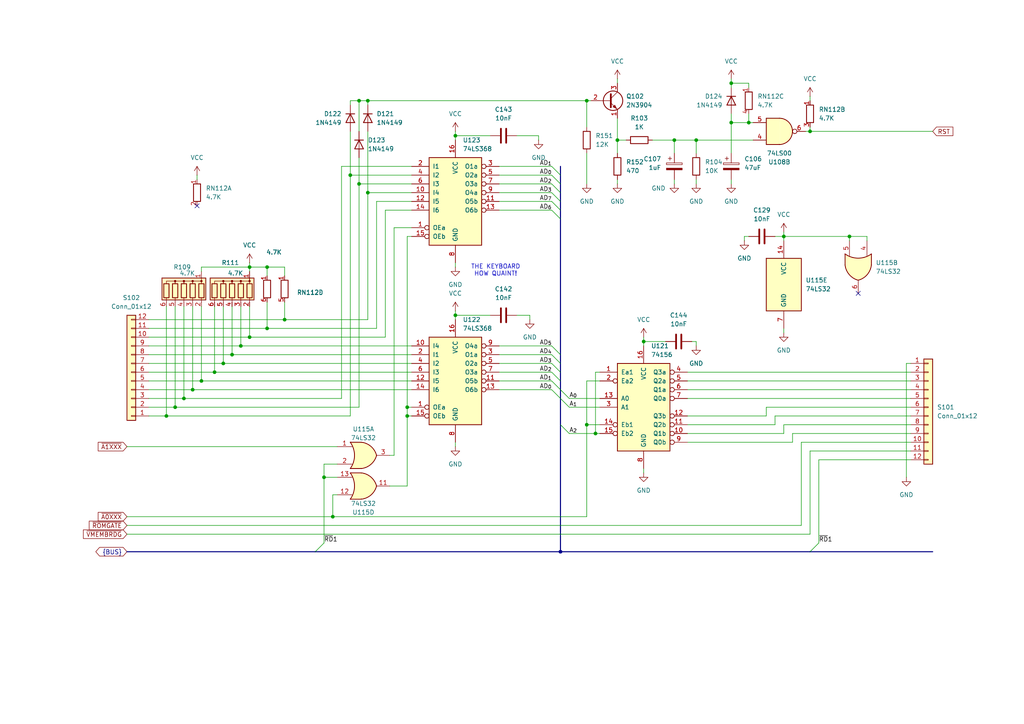
<source format=kicad_sch>
(kicad_sch (version 20250114) (generator "eeschema") (generator_version "9.0")
  (paper "A4")
  (lib_symbols
    (symbol "74LS368_1" (pin_names (offset 1.016))
      (property "Reference" "U122" (at 2.1433 17.78 0))
      (property "Value" "74LS368" (at 2.1433 15.24 0))
      (symbol "74LS368_1_1_0"
        (pin input line (at -12.7 10.16 0) (length 5.08) (name "I4") (number "10"))
        (pin input line (at -12.7 7.62 0) (length 5.08) (name "I1") (number "2"))
        (pin input line (at -12.7 5.08 0) (length 5.08) (name "I2") (number "4"))
        (pin input line (at -12.7 2.54 0) (length 5.08) (name "I3") (number "6"))
        (pin input line (at -12.7 0 0) (length 5.08) (name "I5") (number "12"))
        (pin input line (at -12.7 -2.54 0) (length 5.08) (name "I6") (number "14"))
        (pin input inverted (at -12.7 -7.62 0) (length 5.08) (name "OEa") (number "1"))
        (pin input inverted (at -12.7 -10.16 0) (length 5.08) (name "OEb") (number "15"))
        (pin power_in line (at 0 17.78 270) (length 5.08) (name "VCC") (number "16"))
        (pin power_in line (at 0 -17.78 90) (length 5.08) (name "GND") (number "8"))
        (pin tri_state inverted (at 12.7 10.16 180) (length 5.08) (name "O4a") (number "9"))
        (pin tri_state inverted (at 12.7 7.62 180) (length 5.08) (name "O1a") (number "3"))
        (pin tri_state inverted (at 12.7 5.08 180) (length 5.08) (name "O2a") (number "5"))
        (pin tri_state inverted (at 12.7 2.54 180) (length 5.08) (name "O3a") (number "7"))
        (pin tri_state inverted (at 12.7 0 180) (length 5.08) (name "O5b") (number "11"))
        (pin tri_state inverted (at 12.7 -2.54 180) (length 5.08) (name "O6b") (number "13"))
      )
    )
    (symbol "74xx:74LS00" (pin_names (offset 1.016))
      (property "Reference" "U" (at 0 1.27 0))
      (property "Value" "74LS00" (at 0 -1.27 0))
      (symbol "74LS00_1_1"
        (pin input line (at -7.62 2.54 0) (length 3.81) (name "~") (number "1"))
        (pin input line (at -7.62 -2.54 0) (length 3.81) (name "~") (number "2"))
        (pin output inverted (at 7.62 0 180) (length 3.81) (name "~") (number "3"))
      )
      (symbol "74LS00_1_2"
        (pin input inverted (at -7.62 2.54 0) (length 4.318) (name "~") (number "1"))
        (pin input inverted (at -7.62 -2.54 0) (length 4.318) (name "~") (number "2"))
        (pin output line (at 7.62 0 180) (length 3.81) (name "~") (number "3"))
      )
      (symbol "74LS00_2_1"
        (pin input line (at -7.62 2.54 0) (length 3.81) (name "~") (number "4"))
        (pin input line (at -7.62 -2.54 0) (length 3.81) (name "~") (number "5"))
        (pin output inverted (at 7.62 0 180) (length 3.81) (name "~") (number "6"))
      )
      (symbol "74LS00_2_2"
        (pin input inverted (at -7.62 2.54 0) (length 4.318) (name "~") (number "4"))
        (pin input inverted (at -7.62 -2.54 0) (length 4.318) (name "~") (number "5"))
        (pin output line (at 7.62 0 180) (length 3.81) (name "~") (number "6"))
      )
      (symbol "74LS00_3_1"
        (pin input line (at -7.62 2.54 0) (length 3.81) (name "~") (number "9"))
        (pin input line (at -7.62 -2.54 0) (length 3.81) (name "~") (number "10"))
        (pin output inverted (at 7.62 0 180) (length 3.81) (name "~") (number "8"))
      )
      (symbol "74LS00_3_2"
        (pin input inverted (at -7.62 2.54 0) (length 4.318) (name "~") (number "9"))
        (pin input inverted (at -7.62 -2.54 0) (length 4.318) (name "~") (number "10"))
        (pin output line (at 7.62 0 180) (length 3.81) (name "~") (number "8"))
      )
      (symbol "74LS00_4_1"
        (pin input line (at -7.62 2.54 0) (length 3.81) (name "~") (number "12"))
        (pin input line (at -7.62 -2.54 0) (length 3.81) (name "~") (number "13"))
        (pin output inverted (at 7.62 0 180) (length 3.81) (name "~") (number "11"))
      )
      (symbol "74LS00_4_2"
        (pin input inverted (at -7.62 2.54 0) (length 4.318) (name "~") (number "12"))
        (pin input inverted (at -7.62 -2.54 0) (length 4.318) (name "~") (number "13"))
        (pin output line (at 7.62 0 180) (length 3.81) (name "~") (number "11"))
      )
      (symbol "74LS00_5_0"
        (pin power_in line (at 0 12.7 270) (length 5.08) (name "VCC") (number "14"))
        (pin power_in line (at 0 -12.7 90) (length 5.08) (name "GND") (number "7"))
      )
    )
    (symbol "74xx:74LS156" (pin_names (offset 1.016))
      (property "Reference" "U121" (at 2.1433 17.78 0))
      (property "Value" "74LS156" (at 2.1433 15.24 0))
      (symbol "74LS156_1_0"
        (pin input line (at -12.7 10.16 0) (length 5.08) (name "Ea1") (number "1"))
        (pin input inverted (at -12.7 7.62 0) (length 5.08) (name "Ea2") (number "2"))
        (pin input line (at -12.7 2.54 0) (length 5.08) (name "A0") (number "13"))
        (pin input line (at -12.7 0 0) (length 5.08) (name "A1") (number "3"))
        (pin input inverted (at -12.7 -5.08 0) (length 5.08) (name "Eb1") (number "14"))
        (pin input inverted (at -12.7 -7.62 0) (length 5.08) (name "Eb2") (number "15"))
        (pin power_in line (at 0 17.78 270) (length 5.08) (name "VCC") (number "16"))
        (pin power_in line (at 0 -17.78 90) (length 5.08) (name "GND") (number "8"))
        (pin output inverted (at 12.7 10.16 180) (length 5.08) (name "Q3a") (number "4"))
        (pin output inverted (at 12.7 7.62 180) (length 5.08) (name "Q2a") (number "5"))
        (pin output inverted (at 12.7 5.08 180) (length 5.08) (name "Q1a") (number "6"))
        (pin output inverted (at 12.7 2.54 180) (length 5.08) (name "Q0a") (number "7"))
        (pin output inverted (at 12.7 -2.54 180) (length 5.08) (name "Q3b") (number "12"))
        (pin output inverted (at 12.7 -5.08 180) (length 5.08) (name "Q2b") (number "11"))
        (pin output inverted (at 12.7 -7.62 180) (length 5.08) (name "Q1b") (number "10"))
        (pin output inverted (at 12.7 -10.16 180) (length 5.08) (name "Q0b") (number "9"))
      )
    )
    (symbol "74xx:74LS32" (pin_names (offset 1.016))
      (property "Reference" "U" (at 0 1.27 0))
      (property "Value" "74LS32" (at 0 -1.27 0))
      (symbol "74LS32_1_1"
        (pin input line (at -7.62 2.54 0) (length 4.318) (name "~") (number "1"))
        (pin input line (at -7.62 -2.54 0) (length 4.318) (name "~") (number "2"))
        (pin output line (at 7.62 0 180) (length 3.81) (name "~") (number "3"))
      )
      (symbol "74LS32_1_2"
        (pin input inverted (at -7.62 2.54 0) (length 3.81) (name "~") (number "1"))
        (pin input inverted (at -7.62 -2.54 0) (length 3.81) (name "~") (number "2"))
        (pin output inverted (at 7.62 0 180) (length 3.81) (name "~") (number "3"))
      )
      (symbol "74LS32_2_1"
        (pin input line (at -7.62 2.54 0) (length 4.318) (name "~") (number "4"))
        (pin input line (at -7.62 -2.54 0) (length 4.318) (name "~") (number "5"))
        (pin output line (at 7.62 0 180) (length 3.81) (name "~") (number "6"))
      )
      (symbol "74LS32_2_2"
        (pin input inverted (at -7.62 2.54 0) (length 3.81) (name "~") (number "4"))
        (pin input inverted (at -7.62 -2.54 0) (length 3.81) (name "~") (number "5"))
        (pin output inverted (at 7.62 0 180) (length 3.81) (name "~") (number "6"))
      )
      (symbol "74LS32_3_1"
        (pin input line (at -7.62 2.54 0) (length 4.318) (name "~") (number "9"))
        (pin input line (at -7.62 -2.54 0) (length 4.318) (name "~") (number "10"))
        (pin output line (at 7.62 0 180) (length 3.81) (name "~") (number "8"))
      )
      (symbol "74LS32_3_2"
        (pin input inverted (at -7.62 2.54 0) (length 3.81) (name "~") (number "9"))
        (pin input inverted (at -7.62 -2.54 0) (length 3.81) (name "~") (number "10"))
        (pin output inverted (at 7.62 0 180) (length 3.81) (name "~") (number "8"))
      )
      (symbol "74LS32_4_1"
        (pin input line (at -7.62 2.54 0) (length 4.318) (name "~") (number "12"))
        (pin input line (at -7.62 -2.54 0) (length 4.318) (name "~") (number "13"))
        (pin output line (at 7.62 0 180) (length 3.81) (name "~") (number "11"))
      )
      (symbol "74LS32_4_2"
        (pin input inverted (at -7.62 2.54 0) (length 3.81) (name "~") (number "12"))
        (pin input inverted (at -7.62 -2.54 0) (length 3.81) (name "~") (number "13"))
        (pin output inverted (at 7.62 0 180) (length 3.81) (name "~") (number "11"))
      )
      (symbol "74LS32_5_0"
        (pin power_in line (at 0 12.7 270) (length 5.08) (name "VCC") (number "14"))
        (pin power_in line (at 0 -12.7 90) (length 5.08) (name "GND") (number "7"))
      )
    )
    (symbol "74xx:74LS368" (pin_names (offset 1.016))
      (property "Reference" "U" (at -7.62 13.97 0))
      (property "Value" "74LS368" (at -7.62 -13.97 0))
      (symbol "74LS368_1_0"
        (pin input line (at -12.7 10.16 0) (length 5.08) (name "I1") (number "2"))
        (pin input line (at -12.7 7.62 0) (length 5.08) (name "I2") (number "4"))
        (pin input line (at -12.7 5.08 0) (length 5.08) (name "I3") (number "6"))
        (pin input line (at -12.7 2.54 0) (length 5.08) (name "I4") (number "10"))
        (pin input line (at -12.7 0 0) (length 5.08) (name "I5") (number "12"))
        (pin input line (at -12.7 -2.54 0) (length 5.08) (name "I6") (number "14"))
        (pin input inverted (at -12.7 -7.62 0) (length 5.08) (name "OEa") (number "1"))
        (pin input inverted (at -12.7 -10.16 0) (length 5.08) (name "OEb") (number "15"))
        (pin power_in line (at 0 17.78 270) (length 5.08) (name "VCC") (number "16"))
        (pin power_in line (at 0 -17.78 90) (length 5.08) (name "GND") (number "8"))
        (pin tri_state inverted (at 12.7 10.16 180) (length 5.08) (name "O1a") (number "3"))
        (pin tri_state inverted (at 12.7 7.62 180) (length 5.08) (name "O2a") (number "5"))
        (pin tri_state inverted (at 12.7 5.08 180) (length 5.08) (name "O3a") (number "7"))
        (pin tri_state inverted (at 12.7 2.54 180) (length 5.08) (name "O4a") (number "9"))
        (pin tri_state inverted (at 12.7 0 180) (length 5.08) (name "O5b") (number "11"))
        (pin tri_state inverted (at 12.7 -2.54 180) (length 5.08) (name "O6b") (number "13"))
      )
    )
    (symbol "Connector_Generic:Conn_01x12" (pin_names (offset 1.016) (hide yes))
      (property "Reference" "J" (at 0 15.24 0))
      (property "Value" "Conn_01x12" (at 0 -17.78 0))
      (symbol "Conn_01x12_1_1"
        (pin passive line (at -5.08 12.7 0) (length 3.81) (name "Pin_1") (number "1"))
        (pin passive line (at -5.08 10.16 0) (length 3.81) (name "Pin_2") (number "2"))
        (pin passive line (at -5.08 7.62 0) (length 3.81) (name "Pin_3") (number "3"))
        (pin passive line (at -5.08 5.08 0) (length 3.81) (name "Pin_4") (number "4"))
        (pin passive line (at -5.08 2.54 0) (length 3.81) (name "Pin_5") (number "5"))
        (pin passive line (at -5.08 0 0) (length 3.81) (name "Pin_6") (number "6"))
        (pin passive line (at -5.08 -2.54 0) (length 3.81) (name "Pin_7") (number "7"))
        (pin passive line (at -5.08 -5.08 0) (length 3.81) (name "Pin_8") (number "8"))
        (pin passive line (at -5.08 -7.62 0) (length 3.81) (name "Pin_9") (number "9"))
        (pin passive line (at -5.08 -10.16 0) (length 3.81) (name "Pin_10") (number "10"))
        (pin passive line (at -5.08 -12.7 0) (length 3.81) (name "Pin_11") (number "11"))
        (pin passive line (at -5.08 -15.24 0) (length 3.81) (name "Pin_12") (number "12"))
      )
    )
    (symbol "Device:C" (pin_numbers (hide yes)) (pin_names (offset 0.254))
      (property "Reference" "C" (at 0.635 2.54 0))
      (property "Value" "C" (at 0.635 -2.54 0))
      (symbol "C_1_1"
        (pin passive line (at 0 3.81 270) (length 2.794) (name "~") (number "1"))
        (pin passive line (at 0 -3.81 90) (length 2.794) (name "~") (number "2"))
      )
    )
    (symbol "Device:C_Polarized" (pin_numbers (hide yes)) (pin_names (offset 0.254))
      (property "Reference" "C" (at 0.635 2.54 0))
      (property "Value" "C_Polarized" (at 0.635 -2.54 0))
      (symbol "C_Polarized_1_1"
        (pin passive line (at 0 3.81 270) (length 2.794) (name "~") (number "1"))
        (pin passive line (at 0 -3.81 90) (length 2.794) (name "~") (number "2"))
      )
    )
    (symbol "Device:D" (pin_numbers (hide yes)) (pin_names (offset 1.016) (hide yes))
      (property "Reference" "D" (at 0 2.54 0))
      (property "Value" "D" (at 0 -2.54 0))
      (symbol "D_1_1"
        (pin passive line (at -3.81 0 0) (length 2.54) (name "K") (number "1"))
        (pin passive line (at 3.81 0 180) (length 2.54) (name "A") (number "2"))
      )
    )
    (symbol "Device:R" (pin_numbers (hide yes)) (pin_names (offset 0))
      (property "Reference" "R" (at 2.032 0 90))
      (property "Value" "R" (at 0 0 90))
      (symbol "R_1_1"
        (pin passive line (at 0 3.81 270) (length 1.27) (name "~") (number "1"))
        (pin passive line (at 0 -3.81 90) (length 1.27) (name "~") (number "2"))
      )
    )
    (symbol "Device:R_Network05" (pin_names (offset 0) (hide yes))
      (property "Reference" "RN" (at -7.62 0 90))
      (property "Value" "R_Network05" (at 7.62 0 90))
      (symbol "R_Network05_1_1"
        (pin passive line (at -5.08 5.08 270) (length 2.54) (name "common") (number "1"))
        (pin passive line (at -5.08 -5.08 90) (length 1.27) (name "R1") (number "2"))
        (pin passive line (at -2.54 -5.08 90) (length 1.27) (name "R2") (number "3"))
        (pin passive line (at 0 -5.08 90) (length 1.27) (name "R3") (number "4"))
        (pin passive line (at 2.54 -5.08 90) (length 1.27) (name "R4") (number "5"))
        (pin passive line (at 5.08 -5.08 90) (length 1.27) (name "R5") (number "6"))
      )
    )
    (symbol "Device:R_Network05_Split" (pin_names (offset 0) (hide yes))
      (property "Reference" "RN" (at 2.032 0 90))
      (property "Value" "R_Network05_Split" (at 0 0 90))
      (symbol "R_Network05_Split_0_1"
        (pin passive line (at 0 3.81 270) (length 1.27) (name "R1") (number "1"))
      )
      (symbol "R_Network05_Split_1_1"
        (pin passive line (at 0 -3.81 90) (length 1.27) (name "R1.2") (number "2"))
      )
      (symbol "R_Network05_Split_2_1"
        (pin passive line (at 0 -3.81 90) (length 1.27) (name "R2.2") (number "3"))
      )
      (symbol "R_Network05_Split_3_1"
        (pin passive line (at 0 -3.81 90) (length 1.27) (name "R3.2") (number "4"))
      )
      (symbol "R_Network05_Split_4_1"
        (pin passive line (at 0 -3.81 90) (length 1.27) (name "R4.2") (number "5"))
      )
      (symbol "R_Network05_Split_5_1"
        (pin passive line (at 0 -3.81 90) (length 1.27) (name "R5.2") (number "6"))
      )
    )
    (symbol "Transistor_BJT:2N3904" (pin_names (offset 0) (hide yes))
      (property "Reference" "Q" (at 5.08 1.905 0))
      (property "Value" "2N3904" (at 5.08 0 0))
      (symbol "2N3904_1_1"
        (pin input line (at -5.08 0 0) (length 2.54) (name "B") (number "2"))
        (pin passive line (at 2.54 5.08 270) (length 2.54) (name "C") (number "3"))
        (pin passive line (at 2.54 -5.08 90) (length 2.54) (name "E") (number "1"))
      )
    )
    (symbol "power:GND" (power) (pin_numbers (hide yes)) (pin_names (offset 0) (hide yes))
      (property "Value" "GND" (at 0 -3.81 0))
      (symbol "GND_1_1"
        (pin power_in line (at 0 0 270) (length 0) (name "~") (number "1"))
      )
    )
    (symbol "power:VCC" (power) (pin_numbers (hide yes)) (pin_names (offset 0) (hide yes))
      (property "Value" "VCC" (at 0 3.556 0))
      (symbol "VCC_1_1"
        (pin power_in line (at 0 0 90) (length 0) (name "~") (number "1"))
      )
    )
  )
  (text "THE KEYBOARD\nHOW QUAINT!" (at 143.764 78.486 0) (effects (font (size 1.27 1.27))))
  (junction (at 186.69 99.06))
  (junction (at 69.85 100.33))
  (junction (at 82.55 92.71))
  (junction (at 162.56 160.02))
  (junction (at 53.34 115.57))
  (junction (at 179.07 40.64))
  (junction (at 106.68 29.21))
  (junction (at 106.68 55.88))
  (junction (at 212.09 35.56))
  (junction (at 67.31 102.87))
  (junction (at 72.39 77.47))
  (junction (at 58.42 110.49))
  (junction (at 132.08 91.44))
  (junction (at 246.38 68.58))
  (junction (at 212.09 24.13))
  (junction (at 170.18 123.19))
  (junction (at 170.18 29.21))
  (junction (at 77.47 77.47))
  (junction (at 96.52 149.86))
  (junction (at 217.17 35.56))
  (junction (at 118.11 120.65))
  (junction (at 50.8 118.11))
  (junction (at 118.11 118.11))
  (junction (at 104.14 29.21))
  (junction (at 101.6 50.8))
  (junction (at 201.93 40.64))
  (junction (at 64.77 105.41))
  (junction (at 55.88 113.03))
  (junction (at 172.72 125.73))
  (junction (at 77.47 95.25))
  (junction (at 93.98 138.43))
  (junction (at 62.23 107.95))
  (junction (at 234.95 38.1))
  (junction (at 132.08 39.37))
  (junction (at 104.14 53.34))
  (junction (at 227.33 68.58))
  (junction (at 48.26 120.65))
  (junction (at 195.58 40.64))
  (junction (at 72.39 97.79))
  (no_connect (at 57.15 59.69))
  (no_connect (at 248.92 85.09))
  (bus_entry (at 160.02 110.49) (size 2.54 2.54))
  (bus_entry (at 160.02 113.03) (size 2.54 2.54))
  (bus_entry (at 234.95 160.02) (size 2.54 -2.54))
  (bus_entry (at 160.02 53.34) (size 2.54 2.54))
  (bus_entry (at 160.02 105.41) (size 2.54 2.54))
  (bus_entry (at 160.02 100.33) (size 2.54 2.54))
  (bus_entry (at 160.02 48.26) (size 2.54 2.54))
  (bus_entry (at 91.44 160.02) (size 2.54 -2.54))
  (bus_entry (at 160.02 55.88) (size 2.54 2.54))
  (bus_entry (at 160.02 50.8) (size 2.54 2.54))
  (bus_entry (at 160.02 102.87) (size 2.54 2.54))
  (bus_entry (at 160.02 60.96) (size 2.54 2.54))
  (bus_entry (at 160.02 107.95) (size 2.54 2.54))
  (bus_entry (at 160.02 58.42) (size 2.54 2.54))
  (bus_entry (at 165.1 118.11) (size -2.54 -2.54))
  (bus_entry (at 165.1 115.57) (size -2.54 -2.54))
  (bus_entry (at 162.56 123.19) (size 2.54 2.54))
  (wire (pts (xy 201.93 40.64) (xy 218.44 40.64)))
  (wire (pts (xy 199.39 128.27) (xy 229.87 128.27)))
  (wire (pts (xy 62.23 107.95) (xy 119.38 107.95)))
  (wire (pts (xy 234.95 36.83) (xy 234.95 38.1)))
  (bus (pts (xy 162.56 63.5) (xy 162.56 102.87)))
  (wire (pts (xy 53.34 88.9) (xy 53.34 115.57)))
  (wire (pts (xy 186.69 135.89) (xy 186.69 137.16)))
  (wire (pts (xy 251.46 68.58) (xy 251.46 69.85)))
  (wire (pts (xy 67.31 88.9) (xy 67.31 102.87)))
  (wire (pts (xy 99.06 48.26) (xy 119.38 48.26)))
  (wire (pts (xy 227.33 125.73) (xy 227.33 123.19)))
  (wire (pts (xy 43.18 100.33) (xy 69.85 100.33)))
  (wire (pts (xy 217.17 68.58) (xy 215.9 68.58)))
  (wire (pts (xy 101.6 50.8) (xy 119.38 50.8)))
  (wire (pts (xy 172.72 107.95) (xy 172.72 125.73)))
  (wire (pts (xy 114.3 132.08) (xy 114.3 66.04)))
  (wire (pts (xy 132.08 128.27) (xy 132.08 129.54)))
  (bus (pts (xy 36.83 160.02) (xy 91.44 160.02)))
  (wire (pts (xy 199.39 115.57) (xy 264.16 115.57)))
  (wire (pts (xy 55.88 88.9) (xy 55.88 113.03)))
  (wire (pts (xy 179.07 40.64) (xy 179.07 44.45)))
  (wire (pts (xy 201.93 99.06) (xy 201.93 100.33)))
  (wire (pts (xy 111.76 97.79) (xy 72.39 97.79)))
  (wire (pts (xy 118.11 140.97) (xy 118.11 120.65)))
  (wire (pts (xy 189.23 40.64) (xy 195.58 40.64)))
  (wire (pts (xy 234.95 38.1) (xy 270.51 38.1)))
  (wire (pts (xy 99.06 115.57) (xy 99.06 48.26)))
  (wire (pts (xy 237.49 157.48) (xy 237.49 133.35)))
  (bus (pts (xy 162.56 53.34) (xy 162.56 55.88)))
  (wire (pts (xy 144.78 105.41) (xy 160.02 105.41)))
  (bus (pts (xy 162.56 60.96) (xy 162.56 63.5)))
  (wire (pts (xy 142.24 39.37) (xy 132.08 39.37)))
  (wire (pts (xy 199.39 113.03) (xy 264.16 113.03)))
  (wire (pts (xy 77.47 77.47) (xy 72.39 77.47)))
  (wire (pts (xy 93.98 134.62) (xy 97.79 134.62)))
  (wire (pts (xy 119.38 68.58) (xy 118.11 68.58)))
  (wire (pts (xy 229.87 128.27) (xy 229.87 125.73)))
  (wire (pts (xy 144.78 50.8) (xy 160.02 50.8)))
  (wire (pts (xy 179.07 22.86) (xy 179.07 24.13)))
  (wire (pts (xy 144.78 53.34) (xy 160.02 53.34)))
  (wire (pts (xy 222.25 118.11) (xy 264.16 118.11)))
  (bus (pts (xy 162.56 48.26) (xy 162.56 50.8)))
  (wire (pts (xy 215.9 68.58) (xy 215.9 69.85)))
  (wire (pts (xy 93.98 138.43) (xy 97.79 138.43)))
  (wire (pts (xy 199.39 120.65) (xy 222.25 120.65)))
  (wire (pts (xy 58.42 88.9) (xy 58.42 110.49)))
  (wire (pts (xy 227.33 68.58) (xy 246.38 68.58)))
  (wire (pts (xy 186.69 97.79) (xy 186.69 99.06)))
  (wire (pts (xy 237.49 133.35) (xy 264.16 133.35)))
  (wire (pts (xy 101.6 29.21) (xy 101.6 30.48)))
  (wire (pts (xy 224.79 68.58) (xy 227.33 68.58)))
  (wire (pts (xy 109.22 95.25) (xy 109.22 58.42)))
  (wire (pts (xy 43.18 110.49) (xy 58.42 110.49)))
  (wire (pts (xy 106.68 55.88) (xy 106.68 92.71)))
  (wire (pts (xy 170.18 110.49) (xy 173.99 110.49)))
  (wire (pts (xy 195.58 40.64) (xy 201.93 40.64)))
  (wire (pts (xy 224.79 123.19) (xy 224.79 120.65)))
  (wire (pts (xy 104.14 29.21) (xy 106.68 29.21)))
  (wire (pts (xy 69.85 88.9) (xy 69.85 100.33)))
  (wire (pts (xy 201.93 44.45) (xy 201.93 40.64)))
  (wire (pts (xy 101.6 29.21) (xy 104.14 29.21)))
  (wire (pts (xy 246.38 68.58) (xy 246.38 69.85)))
  (wire (pts (xy 234.95 154.94) (xy 36.83 154.94)))
  (wire (pts (xy 144.78 55.88) (xy 160.02 55.88)))
  (wire (pts (xy 58.42 110.49) (xy 119.38 110.49)))
  (wire (pts (xy 118.11 68.58) (xy 118.11 118.11)))
  (bus (pts (xy 162.56 123.19) (xy 162.56 160.02)))
  (wire (pts (xy 132.08 38.1) (xy 132.08 39.37)))
  (wire (pts (xy 104.14 29.21) (xy 104.14 38.1)))
  (wire (pts (xy 96.52 143.51) (xy 97.79 143.51)))
  (wire (pts (xy 113.03 132.08) (xy 114.3 132.08)))
  (wire (pts (xy 72.39 77.47) (xy 72.39 78.74)))
  (wire (pts (xy 144.78 110.49) (xy 160.02 110.49)))
  (wire (pts (xy 144.78 102.87) (xy 160.02 102.87)))
  (bus (pts (xy 162.56 115.57) (xy 162.56 123.19)))
  (wire (pts (xy 201.93 52.07) (xy 201.93 53.34)))
  (wire (pts (xy 82.55 92.71) (xy 43.18 92.71)))
  (wire (pts (xy 72.39 88.9) (xy 72.39 97.79)))
  (wire (pts (xy 172.72 125.73) (xy 173.99 125.73)))
  (wire (pts (xy 246.38 68.58) (xy 251.46 68.58)))
  (wire (pts (xy 144.78 48.26) (xy 160.02 48.26)))
  (wire (pts (xy 227.33 67.31) (xy 227.33 68.58)))
  (wire (pts (xy 212.09 24.13) (xy 212.09 25.4)))
  (wire (pts (xy 179.07 40.64) (xy 181.61 40.64)))
  (wire (pts (xy 104.14 45.72) (xy 104.14 53.34)))
  (wire (pts (xy 50.8 88.9) (xy 50.8 118.11)))
  (bus (pts (xy 91.44 160.02) (xy 162.56 160.02)))
  (wire (pts (xy 55.88 113.03) (xy 119.38 113.03)))
  (wire (pts (xy 58.42 77.47) (xy 58.42 78.74)))
  (wire (pts (xy 227.33 68.58) (xy 227.33 69.85)))
  (wire (pts (xy 144.78 107.95) (xy 160.02 107.95)))
  (wire (pts (xy 104.14 53.34) (xy 119.38 53.34)))
  (wire (pts (xy 234.95 130.81) (xy 234.95 154.94)))
  (wire (pts (xy 113.03 140.97) (xy 118.11 140.97)))
  (wire (pts (xy 234.95 27.94) (xy 234.95 29.21)))
  (wire (pts (xy 170.18 44.45) (xy 170.18 53.34)))
  (wire (pts (xy 149.86 39.37) (xy 156.21 39.37)))
  (wire (pts (xy 48.26 120.65) (xy 101.6 120.65)))
  (bus (pts (xy 162.56 55.88) (xy 162.56 58.42)))
  (wire (pts (xy 43.18 107.95) (xy 62.23 107.95)))
  (wire (pts (xy 104.14 53.34) (xy 104.14 118.11)))
  (wire (pts (xy 142.24 91.44) (xy 132.08 91.44)))
  (wire (pts (xy 264.16 130.81) (xy 234.95 130.81)))
  (wire (pts (xy 67.31 102.87) (xy 119.38 102.87)))
  (wire (pts (xy 43.18 120.65) (xy 48.26 120.65)))
  (wire (pts (xy 82.55 80.01) (xy 82.55 77.47)))
  (wire (pts (xy 43.18 105.41) (xy 64.77 105.41)))
  (wire (pts (xy 217.17 24.13) (xy 217.17 25.4)))
  (wire (pts (xy 217.17 24.13) (xy 212.09 24.13)))
  (wire (pts (xy 36.83 129.54) (xy 97.79 129.54)))
  (bus (pts (xy 234.95 160.02) (xy 270.51 160.02)))
  (bus (pts (xy 162.56 50.8) (xy 162.56 53.34)))
  (wire (pts (xy 170.18 29.21) (xy 171.45 29.21)))
  (wire (pts (xy 69.85 100.33) (xy 119.38 100.33)))
  (wire (pts (xy 165.1 125.73) (xy 172.72 125.73)))
  (wire (pts (xy 144.78 113.03) (xy 160.02 113.03)))
  (wire (pts (xy 217.17 33.02) (xy 217.17 35.56)))
  (wire (pts (xy 93.98 157.48) (xy 93.98 138.43)))
  (wire (pts (xy 217.17 35.56) (xy 212.09 35.56)))
  (wire (pts (xy 64.77 88.9) (xy 64.77 105.41)))
  (bus (pts (xy 162.56 105.41) (xy 162.56 107.95)))
  (wire (pts (xy 104.14 118.11) (xy 50.8 118.11)))
  (wire (pts (xy 106.68 29.21) (xy 106.68 30.48)))
  (wire (pts (xy 43.18 115.57) (xy 53.34 115.57)))
  (wire (pts (xy 179.07 52.07) (xy 179.07 53.34)))
  (wire (pts (xy 212.09 52.07) (xy 212.09 53.34)))
  (wire (pts (xy 77.47 95.25) (xy 109.22 95.25)))
  (wire (pts (xy 156.21 39.37) (xy 156.21 40.64)))
  (wire (pts (xy 62.23 88.9) (xy 62.23 107.95)))
  (wire (pts (xy 72.39 97.79) (xy 43.18 97.79)))
  (wire (pts (xy 179.07 34.29) (xy 179.07 40.64)))
  (wire (pts (xy 199.39 123.19) (xy 224.79 123.19)))
  (bus (pts (xy 162.56 107.95) (xy 162.56 110.49)))
  (wire (pts (xy 106.68 55.88) (xy 119.38 55.88)))
  (wire (pts (xy 109.22 58.42) (xy 119.38 58.42)))
  (wire (pts (xy 53.34 115.57) (xy 99.06 115.57)))
  (wire (pts (xy 264.16 128.27) (xy 232.41 128.27)))
  (wire (pts (xy 48.26 88.9) (xy 48.26 120.65)))
  (wire (pts (xy 144.78 60.96) (xy 160.02 60.96)))
  (wire (pts (xy 77.47 77.47) (xy 77.47 80.01)))
  (wire (pts (xy 106.68 38.1) (xy 106.68 55.88)))
  (wire (pts (xy 36.83 149.86) (xy 96.52 149.86)))
  (wire (pts (xy 264.16 105.41) (xy 262.89 105.41)))
  (wire (pts (xy 43.18 95.25) (xy 77.47 95.25)))
  (wire (pts (xy 82.55 77.47) (xy 77.47 77.47)))
  (wire (pts (xy 170.18 149.86) (xy 96.52 149.86)))
  (wire (pts (xy 114.3 66.04) (xy 119.38 66.04)))
  (wire (pts (xy 118.11 118.11) (xy 119.38 118.11)))
  (wire (pts (xy 153.67 91.44) (xy 153.67 92.71)))
  (wire (pts (xy 217.17 35.56) (xy 218.44 35.56)))
  (wire (pts (xy 96.52 149.86) (xy 96.52 143.51)))
  (wire (pts (xy 227.33 123.19) (xy 264.16 123.19)))
  (wire (pts (xy 170.18 29.21) (xy 170.18 36.83)))
  (wire (pts (xy 165.1 115.57) (xy 173.99 115.57)))
  (wire (pts (xy 170.18 123.19) (xy 173.99 123.19)))
  (wire (pts (xy 118.11 118.11) (xy 118.11 120.65)))
  (wire (pts (xy 212.09 22.86) (xy 212.09 24.13)))
  (wire (pts (xy 234.95 38.1) (xy 233.68 38.1)))
  (wire (pts (xy 72.39 77.47) (xy 58.42 77.47)))
  (wire (pts (xy 57.15 50.8) (xy 57.15 52.07)))
  (wire (pts (xy 144.78 100.33) (xy 160.02 100.33)))
  (wire (pts (xy 119.38 60.96) (xy 111.76 60.96)))
  (wire (pts (xy 36.83 152.4) (xy 232.41 152.4)))
  (wire (pts (xy 224.79 120.65) (xy 264.16 120.65)))
  (wire (pts (xy 170.18 123.19) (xy 170.18 110.49)))
  (wire (pts (xy 199.39 110.49) (xy 264.16 110.49)))
  (wire (pts (xy 165.1 118.11) (xy 173.99 118.11)))
  (wire (pts (xy 199.39 107.95) (xy 264.16 107.95)))
  (wire (pts (xy 212.09 33.02) (xy 212.09 35.56)))
  (wire (pts (xy 229.87 125.73) (xy 264.16 125.73)))
  (wire (pts (xy 144.78 58.42) (xy 160.02 58.42)))
  (wire (pts (xy 64.77 105.41) (xy 119.38 105.41)))
  (wire (pts (xy 50.8 118.11) (xy 43.18 118.11)))
  (wire (pts (xy 101.6 38.1) (xy 101.6 50.8)))
  (wire (pts (xy 106.68 92.71) (xy 82.55 92.71)))
  (bus (pts (xy 162.56 113.03) (xy 162.56 115.57)))
  (wire (pts (xy 111.76 60.96) (xy 111.76 97.79)))
  (wire (pts (xy 195.58 40.64) (xy 195.58 44.45)))
  (bus (pts (xy 162.56 58.42) (xy 162.56 60.96)))
  (wire (pts (xy 93.98 138.43) (xy 93.98 134.62)))
  (wire (pts (xy 199.39 125.73) (xy 227.33 125.73)))
  (wire (pts (xy 132.08 91.44) (xy 132.08 92.71)))
  (bus (pts (xy 162.56 110.49) (xy 162.56 113.03)))
  (wire (pts (xy 186.69 99.06) (xy 186.69 100.33)))
  (wire (pts (xy 77.47 87.63) (xy 77.47 95.25)))
  (wire (pts (xy 170.18 123.19) (xy 170.18 149.86)))
  (wire (pts (xy 43.18 113.03) (xy 55.88 113.03)))
  (wire (pts (xy 132.08 90.17) (xy 132.08 91.44)))
  (wire (pts (xy 82.55 87.63) (xy 82.55 92.71)))
  (wire (pts (xy 212.09 35.56) (xy 212.09 44.45)))
  (wire (pts (xy 132.08 39.37) (xy 132.08 40.64)))
  (wire (pts (xy 200.66 99.06) (xy 201.93 99.06)))
  (wire (pts (xy 227.33 95.25) (xy 227.33 96.52)))
  (bus (pts (xy 162.56 102.87) (xy 162.56 105.41)))
  (wire (pts (xy 262.89 105.41) (xy 262.89 138.43)))
  (wire (pts (xy 222.25 120.65) (xy 222.25 118.11)))
  (bus (pts (xy 162.56 160.02) (xy 234.95 160.02)))
  (wire (pts (xy 232.41 128.27) (xy 232.41 152.4)))
  (wire (pts (xy 101.6 50.8) (xy 101.6 120.65)))
  (wire (pts (xy 43.18 102.87) (xy 67.31 102.87)))
  (wire (pts (xy 149.86 91.44) (xy 153.67 91.44)))
  (wire (pts (xy 193.04 99.06) (xy 186.69 99.06)))
  (wire (pts (xy 173.99 107.95) (xy 172.72 107.95)))
  (wire (pts (xy 106.68 29.21) (xy 170.18 29.21)))
  (wire (pts (xy 118.11 120.65) (xy 119.38 120.65)))
  (wire (pts (xy 72.39 76.2) (xy 72.39 77.47)))
  (wire (pts (xy 132.08 76.2) (xy 132.08 77.47)))
  (wire (pts (xy 195.58 52.07) (xy 195.58 53.34)))
  (label "~{RD}1" (at 237.49 157.48 0))
  (label "AD_{3}" (at 160.02 55.88 180))
  (label "AD_{2}" (at 160.02 53.34 180))
  (label "AD_{7}" (at 160.02 58.42 180))
  (label "AD_{4}" (at 160.02 102.87 180))
  (label "AD_{2}" (at 160.02 107.95 180))
  (label "A_{0}" (at 165.1 115.57 0))
  (label "A_{2}" (at 165.1 125.73 0))
  (label "~{RD}1" (at 93.98 157.48 0))
  (label "AD_{0}" (at 160.02 50.8 180))
  (label "AD_{5}" (at 160.02 100.33 180))
  (label "A_{1}" (at 165.1 118.11 0))
  (label "AD_{1}" (at 160.02 48.26 180))
  (label "AD_{0}" (at 160.02 113.03 180))
  (label "AD_{1}" (at 160.02 110.49 180))
  (label "AD_{3}" (at 160.02 105.41 180))
  (label "AD_{6}" (at 160.02 60.96 180))
  (global_label "~{A0XXX}" (shape input) (at 36.83 149.86 180) (property "Intersheetrefs" "${INTERSHEET_REFS}" (effects (hide yes))))
  (global_label "~{A1XXX}" (shape input) (at 36.83 129.54 180) (property "Intersheetrefs" "${INTERSHEET_REFS}" (effects (hide yes))))
  (global_label "~{ROMGATE}" (shape input) (at 36.83 152.4 180) (property "Intersheetrefs" "${INTERSHEET_REFS}" (effects (hide yes))))
  (global_label "RST" (shape input) (at 270.51 38.1 0) (property "Intersheetrefs" "${INTERSHEET_REFS}" (effects (hide yes))))
  (global_label "~{VMEMBRDG}" (shape input) (at 36.83 154.94 180) (property "Intersheetrefs" "${INTERSHEET_REFS}" (effects (hide yes))))
  (global_label "{BUS}" (shape bidirectional) (at 36.83 160.02 180) (property "Intersheetrefs" "${INTERSHEET_REFS}" (effects (hide yes))))
  (symbol (lib_id "Device:R_Network05") (at 53.34 83.82 0) (mirror y) (unit 1)
    (property "Reference" "R109" (at 50.292 77.47 0) (effects (justify right)))
    (property "Value" "4.7K" (at 52.07 79.248 0) (effects (justify right)))
    (property "Footprint" "Resistor_THT:R_Array_SIP6" (effects (hide yes)))
    (property "Datasheet" "http://www.vishay.com/docs/31509/csc.pdf" (effects (hide yes)))
    (property "Description" "5 resistor network, star topology, bussed resistors, small symbol" (effects (hide yes)))
  )
  (symbol (lib_id "power:VCC") (at 234.95 27.94 0) (unit 1)
    (property "Reference" "#PWR0107" (effects (hide yes)))
    (property "Value" "VCC" (at 234.95 22.86 0))
    (property "Description" "Power symbol creates a global label with name \"VCC\"" (effects (hide yes)))
  )
  (symbol (lib_id "power:VCC") (at 57.15 50.8 0) (unit 1)
    (property "Reference" "#PWR0109" (effects (hide yes)))
    (property "Value" "VCC" (at 57.15 45.72 0))
    (property "Description" "Power symbol creates a global label with name \"VCC\"" (effects (hide yes)))
  )
  (symbol (lib_id "74xx:74LS32") (at 248.92 77.47 270) (unit 2)
    (property "Reference" "U115" (at 254 76.1999 90) (effects (justify left)))
    (property "Value" "74LS32" (at 254 78.7399 90) (effects (justify left)))
    (property "Footprint" "Package_DIP:DIP-14_W7.62mm" (effects (hide yes)))
    (property "Datasheet" "http://www.ti.com/lit/gpn/sn74LS32" (effects (hide yes)))
    (property "Description" "Quad 2-input OR" (effects (hide yes)))
  )
  (symbol (lib_id "74xx:74LS32") (at 105.41 132.08 0) (unit 1)
    (property "Reference" "U115" (at 105.41 124.46 0))
    (property "Value" "74LS32" (at 105.41 127 0))
    (property "Footprint" "Package_DIP:DIP-14_W7.62mm" (effects (hide yes)))
    (property "Datasheet" "http://www.ti.com/lit/gpn/sn74LS32" (effects (hide yes)))
    (property "Description" "Quad 2-input OR" (effects (hide yes)))
  )
  (symbol (lib_id "power:VCC") (at 227.33 67.31 0) (unit 1)
    (property "Reference" "#PWR0165" (effects (hide yes)))
    (property "Value" "VCC" (at 227.33 62.23 0))
    (property "Description" "Power symbol creates a global label with name \"VCC\"" (effects (hide yes)))
  )
  (symbol (lib_id "Device:C") (at 220.98 68.58 90) (unit 1)
    (property "Reference" "C129" (at 220.98 60.96 90))
    (property "Value" "10nF" (at 220.98 63.5 90))
    (property "Footprint" "ZX1:C_350mil" (effects (hide yes)))
  )
  (symbol (lib_id "Device:R_Network05_Split") (at 57.15 55.88 0) (unit 1)
    (property "Reference" "RN112" (at 59.69 54.6099 0) (effects (justify left)))
    (property "Value" "4.7K" (at 59.69 57.1499 0) (effects (justify left)))
    (property "Footprint" "Resistor_THT:R_Array_SIP6" (effects (hide yes)))
    (property "Datasheet" "http://www.vishay.com/docs/31509/csc.pdf" (effects (hide yes)))
    (property "Description" "5 resistor network, star topology, bussed resistors, split" (effects (hide yes)))
  )
  (symbol (lib_id "power:VCC") (at 212.09 22.86 0) (unit 1)
    (property "Reference" "#PWR0108" (effects (hide yes)))
    (property "Value" "VCC" (at 212.09 17.78 0))
    (property "Description" "Power symbol creates a global label with name \"VCC\"" (effects (hide yes)))
  )
  (symbol (lib_id "Device:D") (at 212.09 29.21 270) (unit 1)
    (property "Reference" "D124" (at 209.55 27.9399 90) (effects (justify right)))
    (property "Value" "1N4149" (at 209.55 30.4799 90) (effects (justify right)))
    (property "Footprint" "ZX1:D_350mil" (effects (hide yes)))
    (property "Sim.Device" "D" (effects (hide yes)))
    (property "Sim.Pins" "1=K 2=A" (effects (hide yes)))
  )
  (symbol (lib_id "Device:C") (at 146.05 91.44 270) (unit 1)
    (property "Reference" "C142" (at 146.05 83.82 90))
    (property "Value" "10nF" (at 146.05 86.36 90))
    (property "Footprint" "ZX1:C_350mil" (effects (hide yes)))
  )
  (symbol (lib_id "Device:C_Polarized") (at 195.58 48.26 0) (unit 1)
    (property "Reference" "C107" (at 191.77 46.1009 0) (effects (justify right)))
    (property "Value" "1uF" (at 191.77 48.6409 0) (effects (justify right)))
    (property "Footprint" "ZX1:CP_Radial_D5.0mm_P2.50mm" (effects (hide yes)))
  )
  (symbol (lib_id "power:GND") (at 170.18 53.34 0) (unit 1)
    (property "Reference" "#PWR0103" (effects (hide yes)))
    (property "Value" "GND" (at 170.18 58.42 0))
    (property "Description" "Power symbol creates a global label with name \"GND\" , ground" (effects (hide yes)))
  )
  (symbol (lib_id "Device:R") (at 179.07 48.26 0) (unit 1)
    (property "Reference" "R152" (at 181.61 46.9899 0) (effects (justify left)))
    (property "Value" "470" (at 181.61 49.5299 0) (effects (justify left)))
    (property "Footprint" "ZX1:R_450mil" (effects (hide yes)))
  )
  (symbol (lib_id "Device:R_Network05_Split") (at 77.47 83.82 0) (unit 5)
    (property "Reference" "RN112" (at 86.106 84.836 0) (effects (justify left)))
    (property "Value" "4.7K" (at 77.216 73.152 0) (effects (justify left)))
    (property "Footprint" "Resistor_THT:R_Array_SIP6" (effects (hide yes)))
    (property "Datasheet" "http://www.vishay.com/docs/31509/csc.pdf" (effects (hide yes)))
    (property "Description" "5 resistor network, star topology, bussed resistors, split" (effects (hide yes)))
  )
  (symbol (lib_id "power:VCC") (at 72.39 76.2 0) (unit 1)
    (property "Reference" "#PWR0102" (effects (hide yes)))
    (property "Value" "VCC" (at 72.39 71.12 0))
    (property "Description" "Power symbol creates a global label with name \"VCC\"" (effects (hide yes)))
  )
  (symbol (lib_id "74xx:74LS32") (at 227.33 82.55 0) (unit 5)
    (property "Reference" "U115" (at 233.68 81.2799 0) (effects (justify left)))
    (property "Value" "74LS32" (at 233.68 83.8199 0) (effects (justify left)))
    (property "Footprint" "Package_DIP:DIP-14_W7.62mm" (effects (hide yes)))
    (property "Datasheet" "http://www.ti.com/lit/gpn/sn74LS32" (effects (hide yes)))
    (property "Description" "Quad 2-input OR" (effects (hide yes)))
  )
  (symbol (lib_id "Connector_Generic:Conn_01x12") (at 269.24 118.11 0) (unit 1)
    (property "Reference" "S101" (at 271.78 118.1099 0) (effects (justify left)))
    (property "Value" "Conn_01x12" (at 271.78 120.6499 0) (effects (justify left)))
    (property "Footprint" "Connector_PinHeader_2.54mm:PinHeader_1x12_P2.54mm_Vertical" (effects (hide yes)))
  )
  (symbol (lib_id "Device:R_Network05_Split") (at 217.17 29.21 0) (unit 3)
    (property "Reference" "RN112" (at 219.71 27.9399 0) (effects (justify left)))
    (property "Value" "4.7K" (at 219.71 30.4799 0) (effects (justify left)))
    (property "Footprint" "Resistor_THT:R_Array_SIP6" (effects (hide yes)))
    (property "Datasheet" "http://www.vishay.com/docs/31509/csc.pdf" (effects (hide yes)))
    (property "Description" "5 resistor network, star topology, bussed resistors, split" (effects (hide yes)))
  )
  (symbol (lib_id "power:GND") (at 186.69 137.16 0) (unit 1)
    (property "Reference" "#PWR0112" (effects (hide yes)))
    (property "Value" "GND" (at 186.69 142.24 0))
    (property "Description" "Power symbol creates a global label with name \"GND\" , ground" (effects (hide yes)))
  )
  (symbol (lib_id "Device:D") (at 101.6 34.29 270) (unit 1)
    (property "Reference" "D122" (at 99.06 33.0199 90) (effects (justify right)))
    (property "Value" "1N4149" (at 99.06 35.5599 90) (effects (justify right)))
    (property "Footprint" "ZX1:D_350mil" (effects (hide yes)))
    (property "Sim.Device" "D" (effects (hide yes)))
    (property "Sim.Pins" "1=K 2=A" (effects (hide yes)))
  )
  (symbol (lib_id "power:VCC") (at 186.69 97.79 0) (unit 1)
    (property "Reference" "#PWR0110" (effects (hide yes)))
    (property "Value" "VCC" (at 186.69 92.71 0))
    (property "Description" "Power symbol creates a global label with name \"VCC\"" (effects (hide yes)))
  )
  (symbol (lib_id "Device:C") (at 196.85 99.06 90) (unit 1)
    (property "Reference" "C144" (at 196.85 91.44 90))
    (property "Value" "10nF" (at 196.85 93.98 90))
    (property "Footprint" "ZX1:C_350mil" (effects (hide yes)))
  )
  (symbol (lib_id "Device:D") (at 106.68 34.29 270) (unit 1)
    (property "Reference" "D121" (at 109.22 33.0199 90) (effects (justify left)))
    (property "Value" "1N4149" (at 109.22 35.5599 90) (effects (justify left)))
    (property "Footprint" "ZX1:D_350mil" (effects (hide yes)))
    (property "Sim.Device" "D" (effects (hide yes)))
    (property "Sim.Pins" "1=K 2=A" (effects (hide yes)))
  )
  (symbol (lib_id "Device:R") (at 201.93 48.26 180) (unit 1)
    (property "Reference" "R104" (at 204.47 46.9899 0) (effects (justify right)))
    (property "Value" "10K" (at 204.47 49.5299 0) (effects (justify right)))
    (property "Footprint" "ZX1:R_450mil" (effects (hide yes)))
  )
  (symbol (lib_id "Device:R") (at 170.18 40.64 0) (unit 1)
    (property "Reference" "R151" (at 172.72 39.3699 0) (effects (justify left)))
    (property "Value" "12K" (at 172.72 41.9099 0) (effects (justify left)))
    (property "Footprint" "ZX1:R_450mil" (effects (hide yes)))
  )
  (symbol (lib_id "power:GND") (at 227.33 96.52 0) (unit 1)
    (property "Reference" "#PWR0167" (effects (hide yes)))
    (property "Value" "GND" (at 227.33 101.6 0))
    (property "Description" "Power symbol creates a global label with name \"GND\" , ground" (effects (hide yes)))
  )
  (symbol (lib_id "power:GND") (at 201.93 100.33 0) (unit 1)
    (property "Reference" "#PWR0111" (effects (hide yes)))
    (property "Value" "GND" (at 201.93 105.41 0))
    (property "Description" "Power symbol creates a global label with name \"GND\" , ground" (effects (hide yes)))
  )
  (symbol (lib_id "Device:R_Network05_Split") (at 82.55 83.82 0) (unit 4)
    (property "Reference" "RN112" (at 86.106 84.836 0) (effects (justify left)))
    (property "Value" "4.7K" (at 77.216 73.152 0) (effects (justify left)))
    (property "Footprint" "Resistor_THT:R_Array_SIP6" (effects (hide yes)))
    (property "Datasheet" "http://www.vishay.com/docs/31509/csc.pdf" (effects (hide yes)))
    (property "Description" "5 resistor network, star topology, bussed resistors, split" (effects (hide yes)))
  )
  (symbol (lib_id "power:GND") (at 132.08 129.54 0) (unit 1)
    (property "Reference" "#PWR096" (effects (hide yes)))
    (property "Value" "GND" (at 132.08 134.62 0))
    (property "Description" "Power symbol creates a global label with name \"GND\" , ground" (effects (hide yes)))
  )
  (symbol (lib_id "power:GND") (at 215.9 69.85 0) (unit 1)
    (property "Reference" "#PWR0166" (effects (hide yes)))
    (property "Value" "GND" (at 215.9 74.93 0))
    (property "Description" "Power symbol creates a global label with name \"GND\" , ground" (effects (hide yes)))
  )
  (symbol (lib_id "power:VCC") (at 132.08 38.1 0) (unit 1)
    (property "Reference" "#PWR0100" (effects (hide yes)))
    (property "Value" "VCC" (at 132.08 33.02 0))
    (property "Description" "Power symbol creates a global label with name \"VCC\"" (effects (hide yes)))
  )
  (symbol (lib_id "power:GND") (at 212.09 53.34 0) (unit 1)
    (property "Reference" "#PWR0105" (effects (hide yes)))
    (property "Value" "GND" (at 212.09 58.42 0))
    (property "Description" "Power symbol creates a global label with name \"GND\" , ground" (effects (hide yes)))
  )
  (symbol (lib_id "power:GND") (at 195.58 53.34 0) (unit 1)
    (property "Reference" "#PWR088" (effects (hide yes)))
    (property "Value" "GND" (at 193.04 54.6099 0) (effects (justify right)))
    (property "Description" "Power symbol creates a global label with name \"GND\" , ground" (effects (hide yes)))
  )
  (symbol (lib_id "power:VCC") (at 179.07 22.86 0) (unit 1)
    (property "Reference" "#PWR0104" (effects (hide yes)))
    (property "Value" "VCC" (at 179.07 17.78 0))
    (property "Description" "Power symbol creates a global label with name \"VCC\"" (effects (hide yes)))
  )
  (symbol (lib_id "Device:D") (at 104.14 41.91 270) (unit 1)
    (property "Reference" "D123" (at 106.68 40.6399 90) (effects (justify left)))
    (property "Value" "1N4149" (at 106.68 43.1799 90) (effects (justify left)))
    (property "Footprint" "ZX1:D_350mil" (effects (hide yes)))
    (property "Sim.Device" "D" (effects (hide yes)))
    (property "Sim.Pins" "1=K 2=A" (effects (hide yes)))
  )
  (symbol (lib_id "74xx:74LS368") (at 132.08 58.42 0) (unit 1)
    (property "Reference" "U123" (at 134.2233 40.64 0) (effects (justify left)))
    (property "Value" "74LS368" (at 134.2233 43.18 0) (effects (justify left)))
    (property "Footprint" "Package_DIP:DIP-16_W7.62mm" (effects (hide yes)))
    (property "Datasheet" "http://www.ti.com/lit/gpn/sn74LS368" (effects (hide yes)))
    (property "Description" "Hex Bus Driver inverter, 3-state outputs" (effects (hide yes)))
  )
  (symbol (lib_id "power:GND") (at 262.89 138.43 0) (unit 1)
    (property "Reference" "#PWR0113" (effects (hide yes)))
    (property "Value" "GND" (at 262.89 143.51 0))
    (property "Description" "Power symbol creates a global label with name \"GND\" , ground" (effects (hide yes)))
  )
  (symbol (lib_id "power:GND") (at 132.08 77.47 0) (unit 1)
    (property "Reference" "#PWR0101" (effects (hide yes)))
    (property "Value" "GND" (at 132.08 82.55 0))
    (property "Description" "Power symbol creates a global label with name \"GND\" , ground" (effects (hide yes)))
  )
  (symbol (lib_id "Device:R") (at 185.42 40.64 90) (unit 1)
    (property "Reference" "R103" (at 185.42 34.29 90))
    (property "Value" "1K" (at 185.42 36.83 90))
    (property "Footprint" "ZX1:R_450mil" (effects (hide yes)))
  )
  (symbol (lib_id "Device:R_Network05") (at 67.31 83.82 0) (mirror y) (unit 1)
    (property "Reference" "R111" (at 64.262 76.2 0) (effects (justify right)))
    (property "Value" "4.7K" (at 66.04 79.248 0) (effects (justify right)))
    (property "Footprint" "Resistor_THT:R_Array_SIP6" (effects (hide yes)))
    (property "Datasheet" "http://www.vishay.com/docs/31509/csc.pdf" (effects (hide yes)))
    (property "Description" "5 resistor network, star topology, bussed resistors, small symbol" (effects (hide yes)))
  )
  (symbol (lib_id "74xx:74LS00") (at 226.06 38.1 0) (mirror x) (unit 2)
    (property "Reference" "U108" (at 226.0517 46.99 0))
    (property "Value" "74LS00" (at 226.0517 44.45 0))
    (property "Footprint" "Package_DIP:DIP-14_W7.62mm" (effects (hide yes)))
    (property "Datasheet" "http://www.ti.com/lit/gpn/sn74ls00" (effects (hide yes)))
    (property "Description" "quad 2-input NAND gate" (effects (hide yes)))
  )
  (symbol (lib_id "74xx:74LS32") (at 105.41 140.97 0) (mirror x) (unit 4)
    (property "Reference" "U115" (at 105.41 148.59 0))
    (property "Value" "74LS32" (at 105.41 146.05 0))
    (property "Footprint" "Package_DIP:DIP-14_W7.62mm" (effects (hide yes)))
    (property "Datasheet" "http://www.ti.com/lit/gpn/sn74LS32" (effects (hide yes)))
    (property "Description" "Quad 2-input OR" (effects (hide yes)))
  )
  (symbol (lib_name "74LS368_1") (lib_id "74xx:74LS368") (at 132.08 110.49 0) (unit 1)
    (property "Reference" "U122" (at 134.2233 92.71 0) (effects (justify left)))
    (property "Value" "74LS368" (at 134.2233 95.25 0) (effects (justify left)))
    (property "Footprint" "Package_DIP:DIP-16_W7.62mm" (effects (hide yes)))
    (property "Datasheet" "http://www.ti.com/lit/gpn/sn74LS368" (effects (hide yes)))
    (property "Description" "Hex Bus Driver inverter, 3-state outputs" (effects (hide yes)))
  )
  (symbol (lib_id "power:GND") (at 201.93 53.34 0) (unit 1)
    (property "Reference" "#PWR089" (effects (hide yes)))
    (property "Value" "GND" (at 201.93 58.42 0))
    (property "Description" "Power symbol creates a global label with name \"GND\" , ground" (effects (hide yes)))
  )
  (symbol (lib_id "power:GND") (at 153.67 92.71 0) (unit 1)
    (property "Reference" "#PWR097" (effects (hide yes)))
    (property "Value" "GND" (at 153.67 97.79 0))
    (property "Description" "Power symbol creates a global label with name \"GND\" , ground" (effects (hide yes)))
  )
  (symbol (lib_id "Connector_Generic:Conn_01x12") (at 38.1 107.95 180) (unit 1)
    (property "Reference" "S102" (at 38.1 86.36 0))
    (property "Value" "Conn_01x12" (at 38.1 88.9 0))
    (property "Footprint" "Connector_PinHeader_2.54mm:PinHeader_1x12_P2.54mm_Vertical" (effects (hide yes)))
  )
  (symbol (lib_id "Device:C_Polarized") (at 212.09 48.26 0) (unit 1)
    (property "Reference" "C106" (at 215.9 46.1009 0) (effects (justify left)))
    (property "Value" "47uF" (at 215.9 48.6409 0) (effects (justify left)))
    (property "Footprint" "ZX1:CP_Radial_D5.0mm_P2.50mm" (effects (hide yes)))
  )
  (symbol (lib_id "Transistor_BJT:2N3904") (at 176.53 29.21 0) (unit 1)
    (property "Reference" "Q102" (at 181.61 27.9399 0) (effects (justify left)))
    (property "Value" "2N3904" (at 181.61 30.4799 0) (effects (justify left)))
    (property "Footprint" "Package_TO_SOT_THT:TO-92L_Inline_Wide" (effects (hide yes)))
  )
  (symbol (lib_id "power:GND") (at 179.07 53.34 0) (unit 1)
    (property "Reference" "#PWR0106" (effects (hide yes)))
    (property "Value" "GND" (at 179.07 58.42 0))
    (property "Description" "Power symbol creates a global label with name \"GND\" , ground" (effects (hide yes)))
  )
  (symbol (lib_id "74xx:74LS156") (at 186.69 118.11 0) (unit 1)
    (property "Reference" "U121" (at 188.8333 100.33 0) (effects (justify left)))
    (property "Value" "74156" (at 188.8333 102.87 0) (effects (justify left)))
    (property "Footprint" "Package_DIP:DIP-16_W7.62mm" (effects (hide yes)))
    (property "Datasheet" "http://www.ti.com/lit/gpn/sn74LS156" (effects (hide yes)))
    (property "Description" "Dual 2 to 4 lines Decoder/Demultiplexer, Open Collector" (effects (hide yes)))
  )
  (symbol (lib_id "Device:R_Network05_Split") (at 234.95 33.02 0) (unit 2)
    (property "Reference" "RN112" (at 237.49 31.7499 0) (effects (justify left)))
    (property "Value" "4.7K" (at 237.49 34.2899 0) (effects (justify left)))
    (property "Footprint" "Resistor_THT:R_Array_SIP6" (effects (hide yes)))
    (property "Datasheet" "http://www.vishay.com/docs/31509/csc.pdf" (effects (hide yes)))
    (property "Description" "5 resistor network, star topology, bussed resistors, split" (effects (hide yes)))
  )
  (symbol (lib_id "Device:C") (at 146.05 39.37 90) (unit 1)
    (property "Reference" "C143" (at 146.05 31.75 90))
    (property "Value" "10nF" (at 146.05 34.29 90))
    (property "Footprint" "ZX1:C_350mil" (effects (hide yes)))
  )
  (symbol (lib_id "power:VCC") (at 132.08 90.17 0) (unit 1)
    (property "Reference" "#PWR098" (effects (hide yes)))
    (property "Value" "VCC" (at 132.08 85.09 0))
    (property "Description" "Power symbol creates a global label with name \"VCC\"" (effects (hide yes)))
  )
  (symbol (lib_id "power:GND") (at 156.21 40.64 0) (unit 1)
    (property "Reference" "#PWR099" (effects (hide yes)))
    (property "Value" "GND" (at 156.21 45.72 0))
    (property "Description" "Power symbol creates a global label with name \"GND\" , ground" (effects (hide yes)))
  )
)
</source>
